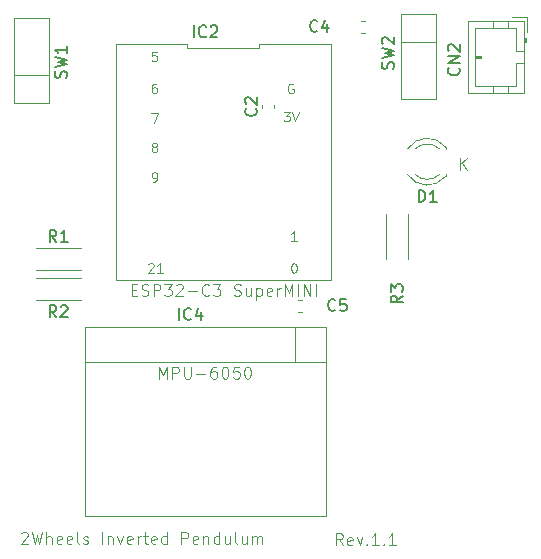
<source format=gto>
G04 #@! TF.GenerationSoftware,KiCad,Pcbnew,9.0.0*
G04 #@! TF.CreationDate,2025-04-09T20:43:05+09:00*
G04 #@! TF.ProjectId,2_wheels_mini_Motor_inverted_Pendulum,325f7768-6565-46c7-935f-6d696e695f4d,rev?*
G04 #@! TF.SameCoordinates,Original*
G04 #@! TF.FileFunction,Legend,Top*
G04 #@! TF.FilePolarity,Positive*
%FSLAX46Y46*%
G04 Gerber Fmt 4.6, Leading zero omitted, Abs format (unit mm)*
G04 Created by KiCad (PCBNEW 9.0.0) date 2025-04-09 20:43:05*
%MOMM*%
%LPD*%
G01*
G04 APERTURE LIST*
%ADD10C,0.100000*%
%ADD11C,0.150000*%
%ADD12C,0.120000*%
G04 APERTURE END LIST*
D10*
X135803884Y-114072419D02*
X135803884Y-113072419D01*
X135803884Y-113072419D02*
X136137217Y-113786704D01*
X136137217Y-113786704D02*
X136470550Y-113072419D01*
X136470550Y-113072419D02*
X136470550Y-114072419D01*
X136946741Y-114072419D02*
X136946741Y-113072419D01*
X136946741Y-113072419D02*
X137327693Y-113072419D01*
X137327693Y-113072419D02*
X137422931Y-113120038D01*
X137422931Y-113120038D02*
X137470550Y-113167657D01*
X137470550Y-113167657D02*
X137518169Y-113262895D01*
X137518169Y-113262895D02*
X137518169Y-113405752D01*
X137518169Y-113405752D02*
X137470550Y-113500990D01*
X137470550Y-113500990D02*
X137422931Y-113548609D01*
X137422931Y-113548609D02*
X137327693Y-113596228D01*
X137327693Y-113596228D02*
X136946741Y-113596228D01*
X137946741Y-113072419D02*
X137946741Y-113881942D01*
X137946741Y-113881942D02*
X137994360Y-113977180D01*
X137994360Y-113977180D02*
X138041979Y-114024800D01*
X138041979Y-114024800D02*
X138137217Y-114072419D01*
X138137217Y-114072419D02*
X138327693Y-114072419D01*
X138327693Y-114072419D02*
X138422931Y-114024800D01*
X138422931Y-114024800D02*
X138470550Y-113977180D01*
X138470550Y-113977180D02*
X138518169Y-113881942D01*
X138518169Y-113881942D02*
X138518169Y-113072419D01*
X138994360Y-113691466D02*
X139756265Y-113691466D01*
X140661026Y-113072419D02*
X140470550Y-113072419D01*
X140470550Y-113072419D02*
X140375312Y-113120038D01*
X140375312Y-113120038D02*
X140327693Y-113167657D01*
X140327693Y-113167657D02*
X140232455Y-113310514D01*
X140232455Y-113310514D02*
X140184836Y-113500990D01*
X140184836Y-113500990D02*
X140184836Y-113881942D01*
X140184836Y-113881942D02*
X140232455Y-113977180D01*
X140232455Y-113977180D02*
X140280074Y-114024800D01*
X140280074Y-114024800D02*
X140375312Y-114072419D01*
X140375312Y-114072419D02*
X140565788Y-114072419D01*
X140565788Y-114072419D02*
X140661026Y-114024800D01*
X140661026Y-114024800D02*
X140708645Y-113977180D01*
X140708645Y-113977180D02*
X140756264Y-113881942D01*
X140756264Y-113881942D02*
X140756264Y-113643847D01*
X140756264Y-113643847D02*
X140708645Y-113548609D01*
X140708645Y-113548609D02*
X140661026Y-113500990D01*
X140661026Y-113500990D02*
X140565788Y-113453371D01*
X140565788Y-113453371D02*
X140375312Y-113453371D01*
X140375312Y-113453371D02*
X140280074Y-113500990D01*
X140280074Y-113500990D02*
X140232455Y-113548609D01*
X140232455Y-113548609D02*
X140184836Y-113643847D01*
X141375312Y-113072419D02*
X141470550Y-113072419D01*
X141470550Y-113072419D02*
X141565788Y-113120038D01*
X141565788Y-113120038D02*
X141613407Y-113167657D01*
X141613407Y-113167657D02*
X141661026Y-113262895D01*
X141661026Y-113262895D02*
X141708645Y-113453371D01*
X141708645Y-113453371D02*
X141708645Y-113691466D01*
X141708645Y-113691466D02*
X141661026Y-113881942D01*
X141661026Y-113881942D02*
X141613407Y-113977180D01*
X141613407Y-113977180D02*
X141565788Y-114024800D01*
X141565788Y-114024800D02*
X141470550Y-114072419D01*
X141470550Y-114072419D02*
X141375312Y-114072419D01*
X141375312Y-114072419D02*
X141280074Y-114024800D01*
X141280074Y-114024800D02*
X141232455Y-113977180D01*
X141232455Y-113977180D02*
X141184836Y-113881942D01*
X141184836Y-113881942D02*
X141137217Y-113691466D01*
X141137217Y-113691466D02*
X141137217Y-113453371D01*
X141137217Y-113453371D02*
X141184836Y-113262895D01*
X141184836Y-113262895D02*
X141232455Y-113167657D01*
X141232455Y-113167657D02*
X141280074Y-113120038D01*
X141280074Y-113120038D02*
X141375312Y-113072419D01*
X142613407Y-113072419D02*
X142137217Y-113072419D01*
X142137217Y-113072419D02*
X142089598Y-113548609D01*
X142089598Y-113548609D02*
X142137217Y-113500990D01*
X142137217Y-113500990D02*
X142232455Y-113453371D01*
X142232455Y-113453371D02*
X142470550Y-113453371D01*
X142470550Y-113453371D02*
X142565788Y-113500990D01*
X142565788Y-113500990D02*
X142613407Y-113548609D01*
X142613407Y-113548609D02*
X142661026Y-113643847D01*
X142661026Y-113643847D02*
X142661026Y-113881942D01*
X142661026Y-113881942D02*
X142613407Y-113977180D01*
X142613407Y-113977180D02*
X142565788Y-114024800D01*
X142565788Y-114024800D02*
X142470550Y-114072419D01*
X142470550Y-114072419D02*
X142232455Y-114072419D01*
X142232455Y-114072419D02*
X142137217Y-114024800D01*
X142137217Y-114024800D02*
X142089598Y-113977180D01*
X143280074Y-113072419D02*
X143375312Y-113072419D01*
X143375312Y-113072419D02*
X143470550Y-113120038D01*
X143470550Y-113120038D02*
X143518169Y-113167657D01*
X143518169Y-113167657D02*
X143565788Y-113262895D01*
X143565788Y-113262895D02*
X143613407Y-113453371D01*
X143613407Y-113453371D02*
X143613407Y-113691466D01*
X143613407Y-113691466D02*
X143565788Y-113881942D01*
X143565788Y-113881942D02*
X143518169Y-113977180D01*
X143518169Y-113977180D02*
X143470550Y-114024800D01*
X143470550Y-114024800D02*
X143375312Y-114072419D01*
X143375312Y-114072419D02*
X143280074Y-114072419D01*
X143280074Y-114072419D02*
X143184836Y-114024800D01*
X143184836Y-114024800D02*
X143137217Y-113977180D01*
X143137217Y-113977180D02*
X143089598Y-113881942D01*
X143089598Y-113881942D02*
X143041979Y-113691466D01*
X143041979Y-113691466D02*
X143041979Y-113453371D01*
X143041979Y-113453371D02*
X143089598Y-113262895D01*
X143089598Y-113262895D02*
X143137217Y-113167657D01*
X143137217Y-113167657D02*
X143184836Y-113120038D01*
X143184836Y-113120038D02*
X143280074Y-113072419D01*
X161303884Y-96372419D02*
X161303884Y-95372419D01*
X161875312Y-96372419D02*
X161446741Y-95800990D01*
X161875312Y-95372419D02*
X161303884Y-95943847D01*
X147475312Y-102396895D02*
X147018169Y-102396895D01*
X147246741Y-102396895D02*
X147246741Y-101596895D01*
X147246741Y-101596895D02*
X147170550Y-101711180D01*
X147170550Y-101711180D02*
X147094360Y-101787371D01*
X147094360Y-101787371D02*
X147018169Y-101825466D01*
X133503884Y-106548609D02*
X133837217Y-106548609D01*
X133980074Y-107072419D02*
X133503884Y-107072419D01*
X133503884Y-107072419D02*
X133503884Y-106072419D01*
X133503884Y-106072419D02*
X133980074Y-106072419D01*
X134361027Y-107024800D02*
X134503884Y-107072419D01*
X134503884Y-107072419D02*
X134741979Y-107072419D01*
X134741979Y-107072419D02*
X134837217Y-107024800D01*
X134837217Y-107024800D02*
X134884836Y-106977180D01*
X134884836Y-106977180D02*
X134932455Y-106881942D01*
X134932455Y-106881942D02*
X134932455Y-106786704D01*
X134932455Y-106786704D02*
X134884836Y-106691466D01*
X134884836Y-106691466D02*
X134837217Y-106643847D01*
X134837217Y-106643847D02*
X134741979Y-106596228D01*
X134741979Y-106596228D02*
X134551503Y-106548609D01*
X134551503Y-106548609D02*
X134456265Y-106500990D01*
X134456265Y-106500990D02*
X134408646Y-106453371D01*
X134408646Y-106453371D02*
X134361027Y-106358133D01*
X134361027Y-106358133D02*
X134361027Y-106262895D01*
X134361027Y-106262895D02*
X134408646Y-106167657D01*
X134408646Y-106167657D02*
X134456265Y-106120038D01*
X134456265Y-106120038D02*
X134551503Y-106072419D01*
X134551503Y-106072419D02*
X134789598Y-106072419D01*
X134789598Y-106072419D02*
X134932455Y-106120038D01*
X135361027Y-107072419D02*
X135361027Y-106072419D01*
X135361027Y-106072419D02*
X135741979Y-106072419D01*
X135741979Y-106072419D02*
X135837217Y-106120038D01*
X135837217Y-106120038D02*
X135884836Y-106167657D01*
X135884836Y-106167657D02*
X135932455Y-106262895D01*
X135932455Y-106262895D02*
X135932455Y-106405752D01*
X135932455Y-106405752D02*
X135884836Y-106500990D01*
X135884836Y-106500990D02*
X135837217Y-106548609D01*
X135837217Y-106548609D02*
X135741979Y-106596228D01*
X135741979Y-106596228D02*
X135361027Y-106596228D01*
X136265789Y-106072419D02*
X136884836Y-106072419D01*
X136884836Y-106072419D02*
X136551503Y-106453371D01*
X136551503Y-106453371D02*
X136694360Y-106453371D01*
X136694360Y-106453371D02*
X136789598Y-106500990D01*
X136789598Y-106500990D02*
X136837217Y-106548609D01*
X136837217Y-106548609D02*
X136884836Y-106643847D01*
X136884836Y-106643847D02*
X136884836Y-106881942D01*
X136884836Y-106881942D02*
X136837217Y-106977180D01*
X136837217Y-106977180D02*
X136789598Y-107024800D01*
X136789598Y-107024800D02*
X136694360Y-107072419D01*
X136694360Y-107072419D02*
X136408646Y-107072419D01*
X136408646Y-107072419D02*
X136313408Y-107024800D01*
X136313408Y-107024800D02*
X136265789Y-106977180D01*
X137265789Y-106167657D02*
X137313408Y-106120038D01*
X137313408Y-106120038D02*
X137408646Y-106072419D01*
X137408646Y-106072419D02*
X137646741Y-106072419D01*
X137646741Y-106072419D02*
X137741979Y-106120038D01*
X137741979Y-106120038D02*
X137789598Y-106167657D01*
X137789598Y-106167657D02*
X137837217Y-106262895D01*
X137837217Y-106262895D02*
X137837217Y-106358133D01*
X137837217Y-106358133D02*
X137789598Y-106500990D01*
X137789598Y-106500990D02*
X137218170Y-107072419D01*
X137218170Y-107072419D02*
X137837217Y-107072419D01*
X138265789Y-106691466D02*
X139027694Y-106691466D01*
X140075312Y-106977180D02*
X140027693Y-107024800D01*
X140027693Y-107024800D02*
X139884836Y-107072419D01*
X139884836Y-107072419D02*
X139789598Y-107072419D01*
X139789598Y-107072419D02*
X139646741Y-107024800D01*
X139646741Y-107024800D02*
X139551503Y-106929561D01*
X139551503Y-106929561D02*
X139503884Y-106834323D01*
X139503884Y-106834323D02*
X139456265Y-106643847D01*
X139456265Y-106643847D02*
X139456265Y-106500990D01*
X139456265Y-106500990D02*
X139503884Y-106310514D01*
X139503884Y-106310514D02*
X139551503Y-106215276D01*
X139551503Y-106215276D02*
X139646741Y-106120038D01*
X139646741Y-106120038D02*
X139789598Y-106072419D01*
X139789598Y-106072419D02*
X139884836Y-106072419D01*
X139884836Y-106072419D02*
X140027693Y-106120038D01*
X140027693Y-106120038D02*
X140075312Y-106167657D01*
X140408646Y-106072419D02*
X141027693Y-106072419D01*
X141027693Y-106072419D02*
X140694360Y-106453371D01*
X140694360Y-106453371D02*
X140837217Y-106453371D01*
X140837217Y-106453371D02*
X140932455Y-106500990D01*
X140932455Y-106500990D02*
X140980074Y-106548609D01*
X140980074Y-106548609D02*
X141027693Y-106643847D01*
X141027693Y-106643847D02*
X141027693Y-106881942D01*
X141027693Y-106881942D02*
X140980074Y-106977180D01*
X140980074Y-106977180D02*
X140932455Y-107024800D01*
X140932455Y-107024800D02*
X140837217Y-107072419D01*
X140837217Y-107072419D02*
X140551503Y-107072419D01*
X140551503Y-107072419D02*
X140456265Y-107024800D01*
X140456265Y-107024800D02*
X140408646Y-106977180D01*
X142170551Y-107024800D02*
X142313408Y-107072419D01*
X142313408Y-107072419D02*
X142551503Y-107072419D01*
X142551503Y-107072419D02*
X142646741Y-107024800D01*
X142646741Y-107024800D02*
X142694360Y-106977180D01*
X142694360Y-106977180D02*
X142741979Y-106881942D01*
X142741979Y-106881942D02*
X142741979Y-106786704D01*
X142741979Y-106786704D02*
X142694360Y-106691466D01*
X142694360Y-106691466D02*
X142646741Y-106643847D01*
X142646741Y-106643847D02*
X142551503Y-106596228D01*
X142551503Y-106596228D02*
X142361027Y-106548609D01*
X142361027Y-106548609D02*
X142265789Y-106500990D01*
X142265789Y-106500990D02*
X142218170Y-106453371D01*
X142218170Y-106453371D02*
X142170551Y-106358133D01*
X142170551Y-106358133D02*
X142170551Y-106262895D01*
X142170551Y-106262895D02*
X142218170Y-106167657D01*
X142218170Y-106167657D02*
X142265789Y-106120038D01*
X142265789Y-106120038D02*
X142361027Y-106072419D01*
X142361027Y-106072419D02*
X142599122Y-106072419D01*
X142599122Y-106072419D02*
X142741979Y-106120038D01*
X143599122Y-106405752D02*
X143599122Y-107072419D01*
X143170551Y-106405752D02*
X143170551Y-106929561D01*
X143170551Y-106929561D02*
X143218170Y-107024800D01*
X143218170Y-107024800D02*
X143313408Y-107072419D01*
X143313408Y-107072419D02*
X143456265Y-107072419D01*
X143456265Y-107072419D02*
X143551503Y-107024800D01*
X143551503Y-107024800D02*
X143599122Y-106977180D01*
X144075313Y-106405752D02*
X144075313Y-107405752D01*
X144075313Y-106453371D02*
X144170551Y-106405752D01*
X144170551Y-106405752D02*
X144361027Y-106405752D01*
X144361027Y-106405752D02*
X144456265Y-106453371D01*
X144456265Y-106453371D02*
X144503884Y-106500990D01*
X144503884Y-106500990D02*
X144551503Y-106596228D01*
X144551503Y-106596228D02*
X144551503Y-106881942D01*
X144551503Y-106881942D02*
X144503884Y-106977180D01*
X144503884Y-106977180D02*
X144456265Y-107024800D01*
X144456265Y-107024800D02*
X144361027Y-107072419D01*
X144361027Y-107072419D02*
X144170551Y-107072419D01*
X144170551Y-107072419D02*
X144075313Y-107024800D01*
X145361027Y-107024800D02*
X145265789Y-107072419D01*
X145265789Y-107072419D02*
X145075313Y-107072419D01*
X145075313Y-107072419D02*
X144980075Y-107024800D01*
X144980075Y-107024800D02*
X144932456Y-106929561D01*
X144932456Y-106929561D02*
X144932456Y-106548609D01*
X144932456Y-106548609D02*
X144980075Y-106453371D01*
X144980075Y-106453371D02*
X145075313Y-106405752D01*
X145075313Y-106405752D02*
X145265789Y-106405752D01*
X145265789Y-106405752D02*
X145361027Y-106453371D01*
X145361027Y-106453371D02*
X145408646Y-106548609D01*
X145408646Y-106548609D02*
X145408646Y-106643847D01*
X145408646Y-106643847D02*
X144932456Y-106739085D01*
X145837218Y-107072419D02*
X145837218Y-106405752D01*
X145837218Y-106596228D02*
X145884837Y-106500990D01*
X145884837Y-106500990D02*
X145932456Y-106453371D01*
X145932456Y-106453371D02*
X146027694Y-106405752D01*
X146027694Y-106405752D02*
X146122932Y-106405752D01*
X146456266Y-107072419D02*
X146456266Y-106072419D01*
X146456266Y-106072419D02*
X146789599Y-106786704D01*
X146789599Y-106786704D02*
X147122932Y-106072419D01*
X147122932Y-106072419D02*
X147122932Y-107072419D01*
X147599123Y-107072419D02*
X147599123Y-106072419D01*
X148075313Y-107072419D02*
X148075313Y-106072419D01*
X148075313Y-106072419D02*
X148646741Y-107072419D01*
X148646741Y-107072419D02*
X148646741Y-106072419D01*
X149122932Y-107072419D02*
X149122932Y-106072419D01*
X135599122Y-89096895D02*
X135446741Y-89096895D01*
X135446741Y-89096895D02*
X135370550Y-89134990D01*
X135370550Y-89134990D02*
X135332455Y-89173085D01*
X135332455Y-89173085D02*
X135256265Y-89287371D01*
X135256265Y-89287371D02*
X135218169Y-89439752D01*
X135218169Y-89439752D02*
X135218169Y-89744514D01*
X135218169Y-89744514D02*
X135256265Y-89820704D01*
X135256265Y-89820704D02*
X135294360Y-89858800D01*
X135294360Y-89858800D02*
X135370550Y-89896895D01*
X135370550Y-89896895D02*
X135522931Y-89896895D01*
X135522931Y-89896895D02*
X135599122Y-89858800D01*
X135599122Y-89858800D02*
X135637217Y-89820704D01*
X135637217Y-89820704D02*
X135675312Y-89744514D01*
X135675312Y-89744514D02*
X135675312Y-89554038D01*
X135675312Y-89554038D02*
X135637217Y-89477847D01*
X135637217Y-89477847D02*
X135599122Y-89439752D01*
X135599122Y-89439752D02*
X135522931Y-89401657D01*
X135522931Y-89401657D02*
X135370550Y-89401657D01*
X135370550Y-89401657D02*
X135294360Y-89439752D01*
X135294360Y-89439752D02*
X135256265Y-89477847D01*
X135256265Y-89477847D02*
X135218169Y-89554038D01*
X135180074Y-91596895D02*
X135713408Y-91596895D01*
X135713408Y-91596895D02*
X135370550Y-92396895D01*
X124156265Y-127167657D02*
X124203884Y-127120038D01*
X124203884Y-127120038D02*
X124299122Y-127072419D01*
X124299122Y-127072419D02*
X124537217Y-127072419D01*
X124537217Y-127072419D02*
X124632455Y-127120038D01*
X124632455Y-127120038D02*
X124680074Y-127167657D01*
X124680074Y-127167657D02*
X124727693Y-127262895D01*
X124727693Y-127262895D02*
X124727693Y-127358133D01*
X124727693Y-127358133D02*
X124680074Y-127500990D01*
X124680074Y-127500990D02*
X124108646Y-128072419D01*
X124108646Y-128072419D02*
X124727693Y-128072419D01*
X125061027Y-127072419D02*
X125299122Y-128072419D01*
X125299122Y-128072419D02*
X125489598Y-127358133D01*
X125489598Y-127358133D02*
X125680074Y-128072419D01*
X125680074Y-128072419D02*
X125918170Y-127072419D01*
X126299122Y-128072419D02*
X126299122Y-127072419D01*
X126727693Y-128072419D02*
X126727693Y-127548609D01*
X126727693Y-127548609D02*
X126680074Y-127453371D01*
X126680074Y-127453371D02*
X126584836Y-127405752D01*
X126584836Y-127405752D02*
X126441979Y-127405752D01*
X126441979Y-127405752D02*
X126346741Y-127453371D01*
X126346741Y-127453371D02*
X126299122Y-127500990D01*
X127584836Y-128024800D02*
X127489598Y-128072419D01*
X127489598Y-128072419D02*
X127299122Y-128072419D01*
X127299122Y-128072419D02*
X127203884Y-128024800D01*
X127203884Y-128024800D02*
X127156265Y-127929561D01*
X127156265Y-127929561D02*
X127156265Y-127548609D01*
X127156265Y-127548609D02*
X127203884Y-127453371D01*
X127203884Y-127453371D02*
X127299122Y-127405752D01*
X127299122Y-127405752D02*
X127489598Y-127405752D01*
X127489598Y-127405752D02*
X127584836Y-127453371D01*
X127584836Y-127453371D02*
X127632455Y-127548609D01*
X127632455Y-127548609D02*
X127632455Y-127643847D01*
X127632455Y-127643847D02*
X127156265Y-127739085D01*
X128441979Y-128024800D02*
X128346741Y-128072419D01*
X128346741Y-128072419D02*
X128156265Y-128072419D01*
X128156265Y-128072419D02*
X128061027Y-128024800D01*
X128061027Y-128024800D02*
X128013408Y-127929561D01*
X128013408Y-127929561D02*
X128013408Y-127548609D01*
X128013408Y-127548609D02*
X128061027Y-127453371D01*
X128061027Y-127453371D02*
X128156265Y-127405752D01*
X128156265Y-127405752D02*
X128346741Y-127405752D01*
X128346741Y-127405752D02*
X128441979Y-127453371D01*
X128441979Y-127453371D02*
X128489598Y-127548609D01*
X128489598Y-127548609D02*
X128489598Y-127643847D01*
X128489598Y-127643847D02*
X128013408Y-127739085D01*
X129061027Y-128072419D02*
X128965789Y-128024800D01*
X128965789Y-128024800D02*
X128918170Y-127929561D01*
X128918170Y-127929561D02*
X128918170Y-127072419D01*
X129394361Y-128024800D02*
X129489599Y-128072419D01*
X129489599Y-128072419D02*
X129680075Y-128072419D01*
X129680075Y-128072419D02*
X129775313Y-128024800D01*
X129775313Y-128024800D02*
X129822932Y-127929561D01*
X129822932Y-127929561D02*
X129822932Y-127881942D01*
X129822932Y-127881942D02*
X129775313Y-127786704D01*
X129775313Y-127786704D02*
X129680075Y-127739085D01*
X129680075Y-127739085D02*
X129537218Y-127739085D01*
X129537218Y-127739085D02*
X129441980Y-127691466D01*
X129441980Y-127691466D02*
X129394361Y-127596228D01*
X129394361Y-127596228D02*
X129394361Y-127548609D01*
X129394361Y-127548609D02*
X129441980Y-127453371D01*
X129441980Y-127453371D02*
X129537218Y-127405752D01*
X129537218Y-127405752D02*
X129680075Y-127405752D01*
X129680075Y-127405752D02*
X129775313Y-127453371D01*
X131013409Y-128072419D02*
X131013409Y-127072419D01*
X131489599Y-127405752D02*
X131489599Y-128072419D01*
X131489599Y-127500990D02*
X131537218Y-127453371D01*
X131537218Y-127453371D02*
X131632456Y-127405752D01*
X131632456Y-127405752D02*
X131775313Y-127405752D01*
X131775313Y-127405752D02*
X131870551Y-127453371D01*
X131870551Y-127453371D02*
X131918170Y-127548609D01*
X131918170Y-127548609D02*
X131918170Y-128072419D01*
X132299123Y-127405752D02*
X132537218Y-128072419D01*
X132537218Y-128072419D02*
X132775313Y-127405752D01*
X133537218Y-128024800D02*
X133441980Y-128072419D01*
X133441980Y-128072419D02*
X133251504Y-128072419D01*
X133251504Y-128072419D02*
X133156266Y-128024800D01*
X133156266Y-128024800D02*
X133108647Y-127929561D01*
X133108647Y-127929561D02*
X133108647Y-127548609D01*
X133108647Y-127548609D02*
X133156266Y-127453371D01*
X133156266Y-127453371D02*
X133251504Y-127405752D01*
X133251504Y-127405752D02*
X133441980Y-127405752D01*
X133441980Y-127405752D02*
X133537218Y-127453371D01*
X133537218Y-127453371D02*
X133584837Y-127548609D01*
X133584837Y-127548609D02*
X133584837Y-127643847D01*
X133584837Y-127643847D02*
X133108647Y-127739085D01*
X134013409Y-128072419D02*
X134013409Y-127405752D01*
X134013409Y-127596228D02*
X134061028Y-127500990D01*
X134061028Y-127500990D02*
X134108647Y-127453371D01*
X134108647Y-127453371D02*
X134203885Y-127405752D01*
X134203885Y-127405752D02*
X134299123Y-127405752D01*
X134489600Y-127405752D02*
X134870552Y-127405752D01*
X134632457Y-127072419D02*
X134632457Y-127929561D01*
X134632457Y-127929561D02*
X134680076Y-128024800D01*
X134680076Y-128024800D02*
X134775314Y-128072419D01*
X134775314Y-128072419D02*
X134870552Y-128072419D01*
X135584838Y-128024800D02*
X135489600Y-128072419D01*
X135489600Y-128072419D02*
X135299124Y-128072419D01*
X135299124Y-128072419D02*
X135203886Y-128024800D01*
X135203886Y-128024800D02*
X135156267Y-127929561D01*
X135156267Y-127929561D02*
X135156267Y-127548609D01*
X135156267Y-127548609D02*
X135203886Y-127453371D01*
X135203886Y-127453371D02*
X135299124Y-127405752D01*
X135299124Y-127405752D02*
X135489600Y-127405752D01*
X135489600Y-127405752D02*
X135584838Y-127453371D01*
X135584838Y-127453371D02*
X135632457Y-127548609D01*
X135632457Y-127548609D02*
X135632457Y-127643847D01*
X135632457Y-127643847D02*
X135156267Y-127739085D01*
X136489600Y-128072419D02*
X136489600Y-127072419D01*
X136489600Y-128024800D02*
X136394362Y-128072419D01*
X136394362Y-128072419D02*
X136203886Y-128072419D01*
X136203886Y-128072419D02*
X136108648Y-128024800D01*
X136108648Y-128024800D02*
X136061029Y-127977180D01*
X136061029Y-127977180D02*
X136013410Y-127881942D01*
X136013410Y-127881942D02*
X136013410Y-127596228D01*
X136013410Y-127596228D02*
X136061029Y-127500990D01*
X136061029Y-127500990D02*
X136108648Y-127453371D01*
X136108648Y-127453371D02*
X136203886Y-127405752D01*
X136203886Y-127405752D02*
X136394362Y-127405752D01*
X136394362Y-127405752D02*
X136489600Y-127453371D01*
X137727696Y-128072419D02*
X137727696Y-127072419D01*
X137727696Y-127072419D02*
X138108648Y-127072419D01*
X138108648Y-127072419D02*
X138203886Y-127120038D01*
X138203886Y-127120038D02*
X138251505Y-127167657D01*
X138251505Y-127167657D02*
X138299124Y-127262895D01*
X138299124Y-127262895D02*
X138299124Y-127405752D01*
X138299124Y-127405752D02*
X138251505Y-127500990D01*
X138251505Y-127500990D02*
X138203886Y-127548609D01*
X138203886Y-127548609D02*
X138108648Y-127596228D01*
X138108648Y-127596228D02*
X137727696Y-127596228D01*
X139108648Y-128024800D02*
X139013410Y-128072419D01*
X139013410Y-128072419D02*
X138822934Y-128072419D01*
X138822934Y-128072419D02*
X138727696Y-128024800D01*
X138727696Y-128024800D02*
X138680077Y-127929561D01*
X138680077Y-127929561D02*
X138680077Y-127548609D01*
X138680077Y-127548609D02*
X138727696Y-127453371D01*
X138727696Y-127453371D02*
X138822934Y-127405752D01*
X138822934Y-127405752D02*
X139013410Y-127405752D01*
X139013410Y-127405752D02*
X139108648Y-127453371D01*
X139108648Y-127453371D02*
X139156267Y-127548609D01*
X139156267Y-127548609D02*
X139156267Y-127643847D01*
X139156267Y-127643847D02*
X138680077Y-127739085D01*
X139584839Y-127405752D02*
X139584839Y-128072419D01*
X139584839Y-127500990D02*
X139632458Y-127453371D01*
X139632458Y-127453371D02*
X139727696Y-127405752D01*
X139727696Y-127405752D02*
X139870553Y-127405752D01*
X139870553Y-127405752D02*
X139965791Y-127453371D01*
X139965791Y-127453371D02*
X140013410Y-127548609D01*
X140013410Y-127548609D02*
X140013410Y-128072419D01*
X140918172Y-128072419D02*
X140918172Y-127072419D01*
X140918172Y-128024800D02*
X140822934Y-128072419D01*
X140822934Y-128072419D02*
X140632458Y-128072419D01*
X140632458Y-128072419D02*
X140537220Y-128024800D01*
X140537220Y-128024800D02*
X140489601Y-127977180D01*
X140489601Y-127977180D02*
X140441982Y-127881942D01*
X140441982Y-127881942D02*
X140441982Y-127596228D01*
X140441982Y-127596228D02*
X140489601Y-127500990D01*
X140489601Y-127500990D02*
X140537220Y-127453371D01*
X140537220Y-127453371D02*
X140632458Y-127405752D01*
X140632458Y-127405752D02*
X140822934Y-127405752D01*
X140822934Y-127405752D02*
X140918172Y-127453371D01*
X141822934Y-127405752D02*
X141822934Y-128072419D01*
X141394363Y-127405752D02*
X141394363Y-127929561D01*
X141394363Y-127929561D02*
X141441982Y-128024800D01*
X141441982Y-128024800D02*
X141537220Y-128072419D01*
X141537220Y-128072419D02*
X141680077Y-128072419D01*
X141680077Y-128072419D02*
X141775315Y-128024800D01*
X141775315Y-128024800D02*
X141822934Y-127977180D01*
X142441982Y-128072419D02*
X142346744Y-128024800D01*
X142346744Y-128024800D02*
X142299125Y-127929561D01*
X142299125Y-127929561D02*
X142299125Y-127072419D01*
X143251506Y-127405752D02*
X143251506Y-128072419D01*
X142822935Y-127405752D02*
X142822935Y-127929561D01*
X142822935Y-127929561D02*
X142870554Y-128024800D01*
X142870554Y-128024800D02*
X142965792Y-128072419D01*
X142965792Y-128072419D02*
X143108649Y-128072419D01*
X143108649Y-128072419D02*
X143203887Y-128024800D01*
X143203887Y-128024800D02*
X143251506Y-127977180D01*
X143727697Y-128072419D02*
X143727697Y-127405752D01*
X143727697Y-127500990D02*
X143775316Y-127453371D01*
X143775316Y-127453371D02*
X143870554Y-127405752D01*
X143870554Y-127405752D02*
X144013411Y-127405752D01*
X144013411Y-127405752D02*
X144108649Y-127453371D01*
X144108649Y-127453371D02*
X144156268Y-127548609D01*
X144156268Y-127548609D02*
X144156268Y-128072419D01*
X144156268Y-127548609D02*
X144203887Y-127453371D01*
X144203887Y-127453371D02*
X144299125Y-127405752D01*
X144299125Y-127405752D02*
X144441982Y-127405752D01*
X144441982Y-127405752D02*
X144537221Y-127453371D01*
X144537221Y-127453371D02*
X144584840Y-127548609D01*
X144584840Y-127548609D02*
X144584840Y-128072419D01*
X135637217Y-86396895D02*
X135256265Y-86396895D01*
X135256265Y-86396895D02*
X135218169Y-86777847D01*
X135218169Y-86777847D02*
X135256265Y-86739752D01*
X135256265Y-86739752D02*
X135332455Y-86701657D01*
X135332455Y-86701657D02*
X135522931Y-86701657D01*
X135522931Y-86701657D02*
X135599122Y-86739752D01*
X135599122Y-86739752D02*
X135637217Y-86777847D01*
X135637217Y-86777847D02*
X135675312Y-86854038D01*
X135675312Y-86854038D02*
X135675312Y-87044514D01*
X135675312Y-87044514D02*
X135637217Y-87120704D01*
X135637217Y-87120704D02*
X135599122Y-87158800D01*
X135599122Y-87158800D02*
X135522931Y-87196895D01*
X135522931Y-87196895D02*
X135332455Y-87196895D01*
X135332455Y-87196895D02*
X135256265Y-87158800D01*
X135256265Y-87158800D02*
X135218169Y-87120704D01*
X147175312Y-89134990D02*
X147099122Y-89096895D01*
X147099122Y-89096895D02*
X146984836Y-89096895D01*
X146984836Y-89096895D02*
X146870550Y-89134990D01*
X146870550Y-89134990D02*
X146794360Y-89211180D01*
X146794360Y-89211180D02*
X146756265Y-89287371D01*
X146756265Y-89287371D02*
X146718169Y-89439752D01*
X146718169Y-89439752D02*
X146718169Y-89554038D01*
X146718169Y-89554038D02*
X146756265Y-89706419D01*
X146756265Y-89706419D02*
X146794360Y-89782609D01*
X146794360Y-89782609D02*
X146870550Y-89858800D01*
X146870550Y-89858800D02*
X146984836Y-89896895D01*
X146984836Y-89896895D02*
X147061027Y-89896895D01*
X147061027Y-89896895D02*
X147175312Y-89858800D01*
X147175312Y-89858800D02*
X147213408Y-89820704D01*
X147213408Y-89820704D02*
X147213408Y-89554038D01*
X147213408Y-89554038D02*
X147061027Y-89554038D01*
X134918169Y-104373085D02*
X134956265Y-104334990D01*
X134956265Y-104334990D02*
X135032455Y-104296895D01*
X135032455Y-104296895D02*
X135222931Y-104296895D01*
X135222931Y-104296895D02*
X135299122Y-104334990D01*
X135299122Y-104334990D02*
X135337217Y-104373085D01*
X135337217Y-104373085D02*
X135375312Y-104449276D01*
X135375312Y-104449276D02*
X135375312Y-104525466D01*
X135375312Y-104525466D02*
X135337217Y-104639752D01*
X135337217Y-104639752D02*
X134880074Y-105096895D01*
X134880074Y-105096895D02*
X135375312Y-105096895D01*
X136137217Y-105096895D02*
X135680074Y-105096895D01*
X135908646Y-105096895D02*
X135908646Y-104296895D01*
X135908646Y-104296895D02*
X135832455Y-104411180D01*
X135832455Y-104411180D02*
X135756265Y-104487371D01*
X135756265Y-104487371D02*
X135680074Y-104525466D01*
X151375312Y-128172419D02*
X151041979Y-127696228D01*
X150803884Y-128172419D02*
X150803884Y-127172419D01*
X150803884Y-127172419D02*
X151184836Y-127172419D01*
X151184836Y-127172419D02*
X151280074Y-127220038D01*
X151280074Y-127220038D02*
X151327693Y-127267657D01*
X151327693Y-127267657D02*
X151375312Y-127362895D01*
X151375312Y-127362895D02*
X151375312Y-127505752D01*
X151375312Y-127505752D02*
X151327693Y-127600990D01*
X151327693Y-127600990D02*
X151280074Y-127648609D01*
X151280074Y-127648609D02*
X151184836Y-127696228D01*
X151184836Y-127696228D02*
X150803884Y-127696228D01*
X152184836Y-128124800D02*
X152089598Y-128172419D01*
X152089598Y-128172419D02*
X151899122Y-128172419D01*
X151899122Y-128172419D02*
X151803884Y-128124800D01*
X151803884Y-128124800D02*
X151756265Y-128029561D01*
X151756265Y-128029561D02*
X151756265Y-127648609D01*
X151756265Y-127648609D02*
X151803884Y-127553371D01*
X151803884Y-127553371D02*
X151899122Y-127505752D01*
X151899122Y-127505752D02*
X152089598Y-127505752D01*
X152089598Y-127505752D02*
X152184836Y-127553371D01*
X152184836Y-127553371D02*
X152232455Y-127648609D01*
X152232455Y-127648609D02*
X152232455Y-127743847D01*
X152232455Y-127743847D02*
X151756265Y-127839085D01*
X152565789Y-127505752D02*
X152803884Y-128172419D01*
X152803884Y-128172419D02*
X153041979Y-127505752D01*
X153422932Y-128077180D02*
X153470551Y-128124800D01*
X153470551Y-128124800D02*
X153422932Y-128172419D01*
X153422932Y-128172419D02*
X153375313Y-128124800D01*
X153375313Y-128124800D02*
X153422932Y-128077180D01*
X153422932Y-128077180D02*
X153422932Y-128172419D01*
X154422931Y-128172419D02*
X153851503Y-128172419D01*
X154137217Y-128172419D02*
X154137217Y-127172419D01*
X154137217Y-127172419D02*
X154041979Y-127315276D01*
X154041979Y-127315276D02*
X153946741Y-127410514D01*
X153946741Y-127410514D02*
X153851503Y-127458133D01*
X154851503Y-128077180D02*
X154899122Y-128124800D01*
X154899122Y-128124800D02*
X154851503Y-128172419D01*
X154851503Y-128172419D02*
X154803884Y-128124800D01*
X154803884Y-128124800D02*
X154851503Y-128077180D01*
X154851503Y-128077180D02*
X154851503Y-128172419D01*
X155851502Y-128172419D02*
X155280074Y-128172419D01*
X155565788Y-128172419D02*
X155565788Y-127172419D01*
X155565788Y-127172419D02*
X155470550Y-127315276D01*
X155470550Y-127315276D02*
X155375312Y-127410514D01*
X155375312Y-127410514D02*
X155280074Y-127458133D01*
X135370550Y-94439752D02*
X135294360Y-94401657D01*
X135294360Y-94401657D02*
X135256265Y-94363561D01*
X135256265Y-94363561D02*
X135218169Y-94287371D01*
X135218169Y-94287371D02*
X135218169Y-94249276D01*
X135218169Y-94249276D02*
X135256265Y-94173085D01*
X135256265Y-94173085D02*
X135294360Y-94134990D01*
X135294360Y-94134990D02*
X135370550Y-94096895D01*
X135370550Y-94096895D02*
X135522931Y-94096895D01*
X135522931Y-94096895D02*
X135599122Y-94134990D01*
X135599122Y-94134990D02*
X135637217Y-94173085D01*
X135637217Y-94173085D02*
X135675312Y-94249276D01*
X135675312Y-94249276D02*
X135675312Y-94287371D01*
X135675312Y-94287371D02*
X135637217Y-94363561D01*
X135637217Y-94363561D02*
X135599122Y-94401657D01*
X135599122Y-94401657D02*
X135522931Y-94439752D01*
X135522931Y-94439752D02*
X135370550Y-94439752D01*
X135370550Y-94439752D02*
X135294360Y-94477847D01*
X135294360Y-94477847D02*
X135256265Y-94515942D01*
X135256265Y-94515942D02*
X135218169Y-94592133D01*
X135218169Y-94592133D02*
X135218169Y-94744514D01*
X135218169Y-94744514D02*
X135256265Y-94820704D01*
X135256265Y-94820704D02*
X135294360Y-94858800D01*
X135294360Y-94858800D02*
X135370550Y-94896895D01*
X135370550Y-94896895D02*
X135522931Y-94896895D01*
X135522931Y-94896895D02*
X135599122Y-94858800D01*
X135599122Y-94858800D02*
X135637217Y-94820704D01*
X135637217Y-94820704D02*
X135675312Y-94744514D01*
X135675312Y-94744514D02*
X135675312Y-94592133D01*
X135675312Y-94592133D02*
X135637217Y-94515942D01*
X135637217Y-94515942D02*
X135599122Y-94477847D01*
X135599122Y-94477847D02*
X135522931Y-94439752D01*
X146380074Y-91496895D02*
X146875312Y-91496895D01*
X146875312Y-91496895D02*
X146608646Y-91801657D01*
X146608646Y-91801657D02*
X146722931Y-91801657D01*
X146722931Y-91801657D02*
X146799122Y-91839752D01*
X146799122Y-91839752D02*
X146837217Y-91877847D01*
X146837217Y-91877847D02*
X146875312Y-91954038D01*
X146875312Y-91954038D02*
X146875312Y-92144514D01*
X146875312Y-92144514D02*
X146837217Y-92220704D01*
X146837217Y-92220704D02*
X146799122Y-92258800D01*
X146799122Y-92258800D02*
X146722931Y-92296895D01*
X146722931Y-92296895D02*
X146494360Y-92296895D01*
X146494360Y-92296895D02*
X146418169Y-92258800D01*
X146418169Y-92258800D02*
X146380074Y-92220704D01*
X147103884Y-91496895D02*
X147370551Y-92296895D01*
X147370551Y-92296895D02*
X147637217Y-91496895D01*
X135294360Y-97396895D02*
X135446741Y-97396895D01*
X135446741Y-97396895D02*
X135522931Y-97358800D01*
X135522931Y-97358800D02*
X135561027Y-97320704D01*
X135561027Y-97320704D02*
X135637217Y-97206419D01*
X135637217Y-97206419D02*
X135675312Y-97054038D01*
X135675312Y-97054038D02*
X135675312Y-96749276D01*
X135675312Y-96749276D02*
X135637217Y-96673085D01*
X135637217Y-96673085D02*
X135599122Y-96634990D01*
X135599122Y-96634990D02*
X135522931Y-96596895D01*
X135522931Y-96596895D02*
X135370550Y-96596895D01*
X135370550Y-96596895D02*
X135294360Y-96634990D01*
X135294360Y-96634990D02*
X135256265Y-96673085D01*
X135256265Y-96673085D02*
X135218169Y-96749276D01*
X135218169Y-96749276D02*
X135218169Y-96939752D01*
X135218169Y-96939752D02*
X135256265Y-97015942D01*
X135256265Y-97015942D02*
X135294360Y-97054038D01*
X135294360Y-97054038D02*
X135370550Y-97092133D01*
X135370550Y-97092133D02*
X135522931Y-97092133D01*
X135522931Y-97092133D02*
X135599122Y-97054038D01*
X135599122Y-97054038D02*
X135637217Y-97015942D01*
X135637217Y-97015942D02*
X135675312Y-96939752D01*
X147208646Y-104296895D02*
X147284836Y-104296895D01*
X147284836Y-104296895D02*
X147361027Y-104334990D01*
X147361027Y-104334990D02*
X147399122Y-104373085D01*
X147399122Y-104373085D02*
X147437217Y-104449276D01*
X147437217Y-104449276D02*
X147475312Y-104601657D01*
X147475312Y-104601657D02*
X147475312Y-104792133D01*
X147475312Y-104792133D02*
X147437217Y-104944514D01*
X147437217Y-104944514D02*
X147399122Y-105020704D01*
X147399122Y-105020704D02*
X147361027Y-105058800D01*
X147361027Y-105058800D02*
X147284836Y-105096895D01*
X147284836Y-105096895D02*
X147208646Y-105096895D01*
X147208646Y-105096895D02*
X147132455Y-105058800D01*
X147132455Y-105058800D02*
X147094360Y-105020704D01*
X147094360Y-105020704D02*
X147056265Y-104944514D01*
X147056265Y-104944514D02*
X147018169Y-104792133D01*
X147018169Y-104792133D02*
X147018169Y-104601657D01*
X147018169Y-104601657D02*
X147056265Y-104449276D01*
X147056265Y-104449276D02*
X147094360Y-104373085D01*
X147094360Y-104373085D02*
X147132455Y-104334990D01*
X147132455Y-104334990D02*
X147208646Y-104296895D01*
D11*
X137499810Y-109118819D02*
X137499810Y-108118819D01*
X138547428Y-109023580D02*
X138499809Y-109071200D01*
X138499809Y-109071200D02*
X138356952Y-109118819D01*
X138356952Y-109118819D02*
X138261714Y-109118819D01*
X138261714Y-109118819D02*
X138118857Y-109071200D01*
X138118857Y-109071200D02*
X138023619Y-108975961D01*
X138023619Y-108975961D02*
X137976000Y-108880723D01*
X137976000Y-108880723D02*
X137928381Y-108690247D01*
X137928381Y-108690247D02*
X137928381Y-108547390D01*
X137928381Y-108547390D02*
X137976000Y-108356914D01*
X137976000Y-108356914D02*
X138023619Y-108261676D01*
X138023619Y-108261676D02*
X138118857Y-108166438D01*
X138118857Y-108166438D02*
X138261714Y-108118819D01*
X138261714Y-108118819D02*
X138356952Y-108118819D01*
X138356952Y-108118819D02*
X138499809Y-108166438D01*
X138499809Y-108166438D02*
X138547428Y-108214057D01*
X139404571Y-108452152D02*
X139404571Y-109118819D01*
X139166476Y-108071200D02*
X138928381Y-108785485D01*
X138928381Y-108785485D02*
X139547428Y-108785485D01*
X144009580Y-91204166D02*
X144057200Y-91251785D01*
X144057200Y-91251785D02*
X144104819Y-91394642D01*
X144104819Y-91394642D02*
X144104819Y-91489880D01*
X144104819Y-91489880D02*
X144057200Y-91632737D01*
X144057200Y-91632737D02*
X143961961Y-91727975D01*
X143961961Y-91727975D02*
X143866723Y-91775594D01*
X143866723Y-91775594D02*
X143676247Y-91823213D01*
X143676247Y-91823213D02*
X143533390Y-91823213D01*
X143533390Y-91823213D02*
X143342914Y-91775594D01*
X143342914Y-91775594D02*
X143247676Y-91727975D01*
X143247676Y-91727975D02*
X143152438Y-91632737D01*
X143152438Y-91632737D02*
X143104819Y-91489880D01*
X143104819Y-91489880D02*
X143104819Y-91394642D01*
X143104819Y-91394642D02*
X143152438Y-91251785D01*
X143152438Y-91251785D02*
X143200057Y-91204166D01*
X143200057Y-90823213D02*
X143152438Y-90775594D01*
X143152438Y-90775594D02*
X143104819Y-90680356D01*
X143104819Y-90680356D02*
X143104819Y-90442261D01*
X143104819Y-90442261D02*
X143152438Y-90347023D01*
X143152438Y-90347023D02*
X143200057Y-90299404D01*
X143200057Y-90299404D02*
X143295295Y-90251785D01*
X143295295Y-90251785D02*
X143390533Y-90251785D01*
X143390533Y-90251785D02*
X143533390Y-90299404D01*
X143533390Y-90299404D02*
X144104819Y-90870832D01*
X144104819Y-90870832D02*
X144104819Y-90251785D01*
X127133333Y-102499819D02*
X126800000Y-102023628D01*
X126561905Y-102499819D02*
X126561905Y-101499819D01*
X126561905Y-101499819D02*
X126942857Y-101499819D01*
X126942857Y-101499819D02*
X127038095Y-101547438D01*
X127038095Y-101547438D02*
X127085714Y-101595057D01*
X127085714Y-101595057D02*
X127133333Y-101690295D01*
X127133333Y-101690295D02*
X127133333Y-101833152D01*
X127133333Y-101833152D02*
X127085714Y-101928390D01*
X127085714Y-101928390D02*
X127038095Y-101976009D01*
X127038095Y-101976009D02*
X126942857Y-102023628D01*
X126942857Y-102023628D02*
X126561905Y-102023628D01*
X128085714Y-102499819D02*
X127514286Y-102499819D01*
X127800000Y-102499819D02*
X127800000Y-101499819D01*
X127800000Y-101499819D02*
X127704762Y-101642676D01*
X127704762Y-101642676D02*
X127609524Y-101737914D01*
X127609524Y-101737914D02*
X127514286Y-101785533D01*
X155647200Y-87833332D02*
X155694819Y-87690475D01*
X155694819Y-87690475D02*
X155694819Y-87452380D01*
X155694819Y-87452380D02*
X155647200Y-87357142D01*
X155647200Y-87357142D02*
X155599580Y-87309523D01*
X155599580Y-87309523D02*
X155504342Y-87261904D01*
X155504342Y-87261904D02*
X155409104Y-87261904D01*
X155409104Y-87261904D02*
X155313866Y-87309523D01*
X155313866Y-87309523D02*
X155266247Y-87357142D01*
X155266247Y-87357142D02*
X155218628Y-87452380D01*
X155218628Y-87452380D02*
X155171009Y-87642856D01*
X155171009Y-87642856D02*
X155123390Y-87738094D01*
X155123390Y-87738094D02*
X155075771Y-87785713D01*
X155075771Y-87785713D02*
X154980533Y-87833332D01*
X154980533Y-87833332D02*
X154885295Y-87833332D01*
X154885295Y-87833332D02*
X154790057Y-87785713D01*
X154790057Y-87785713D02*
X154742438Y-87738094D01*
X154742438Y-87738094D02*
X154694819Y-87642856D01*
X154694819Y-87642856D02*
X154694819Y-87404761D01*
X154694819Y-87404761D02*
X154742438Y-87261904D01*
X154694819Y-86928570D02*
X155694819Y-86690475D01*
X155694819Y-86690475D02*
X154980533Y-86499999D01*
X154980533Y-86499999D02*
X155694819Y-86309523D01*
X155694819Y-86309523D02*
X154694819Y-86071428D01*
X154790057Y-85738094D02*
X154742438Y-85690475D01*
X154742438Y-85690475D02*
X154694819Y-85595237D01*
X154694819Y-85595237D02*
X154694819Y-85357142D01*
X154694819Y-85357142D02*
X154742438Y-85261904D01*
X154742438Y-85261904D02*
X154790057Y-85214285D01*
X154790057Y-85214285D02*
X154885295Y-85166666D01*
X154885295Y-85166666D02*
X154980533Y-85166666D01*
X154980533Y-85166666D02*
X155123390Y-85214285D01*
X155123390Y-85214285D02*
X155694819Y-85785713D01*
X155694819Y-85785713D02*
X155694819Y-85166666D01*
X127949692Y-88618293D02*
X127997311Y-88475436D01*
X127997311Y-88475436D02*
X127997311Y-88237341D01*
X127997311Y-88237341D02*
X127949692Y-88142103D01*
X127949692Y-88142103D02*
X127902072Y-88094484D01*
X127902072Y-88094484D02*
X127806834Y-88046865D01*
X127806834Y-88046865D02*
X127711596Y-88046865D01*
X127711596Y-88046865D02*
X127616358Y-88094484D01*
X127616358Y-88094484D02*
X127568739Y-88142103D01*
X127568739Y-88142103D02*
X127521120Y-88237341D01*
X127521120Y-88237341D02*
X127473501Y-88427817D01*
X127473501Y-88427817D02*
X127425882Y-88523055D01*
X127425882Y-88523055D02*
X127378263Y-88570674D01*
X127378263Y-88570674D02*
X127283025Y-88618293D01*
X127283025Y-88618293D02*
X127187787Y-88618293D01*
X127187787Y-88618293D02*
X127092549Y-88570674D01*
X127092549Y-88570674D02*
X127044930Y-88523055D01*
X127044930Y-88523055D02*
X126997311Y-88427817D01*
X126997311Y-88427817D02*
X126997311Y-88189722D01*
X126997311Y-88189722D02*
X127044930Y-88046865D01*
X126997311Y-87713531D02*
X127997311Y-87475436D01*
X127997311Y-87475436D02*
X127283025Y-87284960D01*
X127283025Y-87284960D02*
X127997311Y-87094484D01*
X127997311Y-87094484D02*
X126997311Y-86856389D01*
X127997311Y-85951627D02*
X127997311Y-86523055D01*
X127997311Y-86237341D02*
X126997311Y-86237341D01*
X126997311Y-86237341D02*
X127140168Y-86332579D01*
X127140168Y-86332579D02*
X127235406Y-86427817D01*
X127235406Y-86427817D02*
X127283025Y-86523055D01*
X150755333Y-108261580D02*
X150707714Y-108309200D01*
X150707714Y-108309200D02*
X150564857Y-108356819D01*
X150564857Y-108356819D02*
X150469619Y-108356819D01*
X150469619Y-108356819D02*
X150326762Y-108309200D01*
X150326762Y-108309200D02*
X150231524Y-108213961D01*
X150231524Y-108213961D02*
X150183905Y-108118723D01*
X150183905Y-108118723D02*
X150136286Y-107928247D01*
X150136286Y-107928247D02*
X150136286Y-107785390D01*
X150136286Y-107785390D02*
X150183905Y-107594914D01*
X150183905Y-107594914D02*
X150231524Y-107499676D01*
X150231524Y-107499676D02*
X150326762Y-107404438D01*
X150326762Y-107404438D02*
X150469619Y-107356819D01*
X150469619Y-107356819D02*
X150564857Y-107356819D01*
X150564857Y-107356819D02*
X150707714Y-107404438D01*
X150707714Y-107404438D02*
X150755333Y-107452057D01*
X151660095Y-107356819D02*
X151183905Y-107356819D01*
X151183905Y-107356819D02*
X151136286Y-107833009D01*
X151136286Y-107833009D02*
X151183905Y-107785390D01*
X151183905Y-107785390D02*
X151279143Y-107737771D01*
X151279143Y-107737771D02*
X151517238Y-107737771D01*
X151517238Y-107737771D02*
X151612476Y-107785390D01*
X151612476Y-107785390D02*
X151660095Y-107833009D01*
X151660095Y-107833009D02*
X151707714Y-107928247D01*
X151707714Y-107928247D02*
X151707714Y-108166342D01*
X151707714Y-108166342D02*
X151660095Y-108261580D01*
X151660095Y-108261580D02*
X151612476Y-108309200D01*
X151612476Y-108309200D02*
X151517238Y-108356819D01*
X151517238Y-108356819D02*
X151279143Y-108356819D01*
X151279143Y-108356819D02*
X151183905Y-108309200D01*
X151183905Y-108309200D02*
X151136286Y-108261580D01*
X161187580Y-87764476D02*
X161235200Y-87812095D01*
X161235200Y-87812095D02*
X161282819Y-87954952D01*
X161282819Y-87954952D02*
X161282819Y-88050190D01*
X161282819Y-88050190D02*
X161235200Y-88193047D01*
X161235200Y-88193047D02*
X161139961Y-88288285D01*
X161139961Y-88288285D02*
X161044723Y-88335904D01*
X161044723Y-88335904D02*
X160854247Y-88383523D01*
X160854247Y-88383523D02*
X160711390Y-88383523D01*
X160711390Y-88383523D02*
X160520914Y-88335904D01*
X160520914Y-88335904D02*
X160425676Y-88288285D01*
X160425676Y-88288285D02*
X160330438Y-88193047D01*
X160330438Y-88193047D02*
X160282819Y-88050190D01*
X160282819Y-88050190D02*
X160282819Y-87954952D01*
X160282819Y-87954952D02*
X160330438Y-87812095D01*
X160330438Y-87812095D02*
X160378057Y-87764476D01*
X161282819Y-87335904D02*
X160282819Y-87335904D01*
X160282819Y-87335904D02*
X161282819Y-86764476D01*
X161282819Y-86764476D02*
X160282819Y-86764476D01*
X160378057Y-86335904D02*
X160330438Y-86288285D01*
X160330438Y-86288285D02*
X160282819Y-86193047D01*
X160282819Y-86193047D02*
X160282819Y-85954952D01*
X160282819Y-85954952D02*
X160330438Y-85859714D01*
X160330438Y-85859714D02*
X160378057Y-85812095D01*
X160378057Y-85812095D02*
X160473295Y-85764476D01*
X160473295Y-85764476D02*
X160568533Y-85764476D01*
X160568533Y-85764476D02*
X160711390Y-85812095D01*
X160711390Y-85812095D02*
X161282819Y-86383523D01*
X161282819Y-86383523D02*
X161282819Y-85764476D01*
X127133333Y-108879819D02*
X126800000Y-108403628D01*
X126561905Y-108879819D02*
X126561905Y-107879819D01*
X126561905Y-107879819D02*
X126942857Y-107879819D01*
X126942857Y-107879819D02*
X127038095Y-107927438D01*
X127038095Y-107927438D02*
X127085714Y-107975057D01*
X127085714Y-107975057D02*
X127133333Y-108070295D01*
X127133333Y-108070295D02*
X127133333Y-108213152D01*
X127133333Y-108213152D02*
X127085714Y-108308390D01*
X127085714Y-108308390D02*
X127038095Y-108356009D01*
X127038095Y-108356009D02*
X126942857Y-108403628D01*
X126942857Y-108403628D02*
X126561905Y-108403628D01*
X127514286Y-107975057D02*
X127561905Y-107927438D01*
X127561905Y-107927438D02*
X127657143Y-107879819D01*
X127657143Y-107879819D02*
X127895238Y-107879819D01*
X127895238Y-107879819D02*
X127990476Y-107927438D01*
X127990476Y-107927438D02*
X128038095Y-107975057D01*
X128038095Y-107975057D02*
X128085714Y-108070295D01*
X128085714Y-108070295D02*
X128085714Y-108165533D01*
X128085714Y-108165533D02*
X128038095Y-108308390D01*
X128038095Y-108308390D02*
X127466667Y-108879819D01*
X127466667Y-108879819D02*
X128085714Y-108879819D01*
X156456819Y-107052666D02*
X155980628Y-107385999D01*
X156456819Y-107624094D02*
X155456819Y-107624094D01*
X155456819Y-107624094D02*
X155456819Y-107243142D01*
X155456819Y-107243142D02*
X155504438Y-107147904D01*
X155504438Y-107147904D02*
X155552057Y-107100285D01*
X155552057Y-107100285D02*
X155647295Y-107052666D01*
X155647295Y-107052666D02*
X155790152Y-107052666D01*
X155790152Y-107052666D02*
X155885390Y-107100285D01*
X155885390Y-107100285D02*
X155933009Y-107147904D01*
X155933009Y-107147904D02*
X155980628Y-107243142D01*
X155980628Y-107243142D02*
X155980628Y-107624094D01*
X155456819Y-106719332D02*
X155456819Y-106100285D01*
X155456819Y-106100285D02*
X155837771Y-106433618D01*
X155837771Y-106433618D02*
X155837771Y-106290761D01*
X155837771Y-106290761D02*
X155885390Y-106195523D01*
X155885390Y-106195523D02*
X155933009Y-106147904D01*
X155933009Y-106147904D02*
X156028247Y-106100285D01*
X156028247Y-106100285D02*
X156266342Y-106100285D01*
X156266342Y-106100285D02*
X156361580Y-106147904D01*
X156361580Y-106147904D02*
X156409200Y-106195523D01*
X156409200Y-106195523D02*
X156456819Y-106290761D01*
X156456819Y-106290761D02*
X156456819Y-106576475D01*
X156456819Y-106576475D02*
X156409200Y-106671713D01*
X156409200Y-106671713D02*
X156361580Y-106719332D01*
X149231333Y-84639580D02*
X149183714Y-84687200D01*
X149183714Y-84687200D02*
X149040857Y-84734819D01*
X149040857Y-84734819D02*
X148945619Y-84734819D01*
X148945619Y-84734819D02*
X148802762Y-84687200D01*
X148802762Y-84687200D02*
X148707524Y-84591961D01*
X148707524Y-84591961D02*
X148659905Y-84496723D01*
X148659905Y-84496723D02*
X148612286Y-84306247D01*
X148612286Y-84306247D02*
X148612286Y-84163390D01*
X148612286Y-84163390D02*
X148659905Y-83972914D01*
X148659905Y-83972914D02*
X148707524Y-83877676D01*
X148707524Y-83877676D02*
X148802762Y-83782438D01*
X148802762Y-83782438D02*
X148945619Y-83734819D01*
X148945619Y-83734819D02*
X149040857Y-83734819D01*
X149040857Y-83734819D02*
X149183714Y-83782438D01*
X149183714Y-83782438D02*
X149231333Y-83830057D01*
X150088476Y-84068152D02*
X150088476Y-84734819D01*
X149850381Y-83687200D02*
X149612286Y-84401485D01*
X149612286Y-84401485D02*
X150231333Y-84401485D01*
X138769810Y-85174819D02*
X138769810Y-84174819D01*
X139817428Y-85079580D02*
X139769809Y-85127200D01*
X139769809Y-85127200D02*
X139626952Y-85174819D01*
X139626952Y-85174819D02*
X139531714Y-85174819D01*
X139531714Y-85174819D02*
X139388857Y-85127200D01*
X139388857Y-85127200D02*
X139293619Y-85031961D01*
X139293619Y-85031961D02*
X139246000Y-84936723D01*
X139246000Y-84936723D02*
X139198381Y-84746247D01*
X139198381Y-84746247D02*
X139198381Y-84603390D01*
X139198381Y-84603390D02*
X139246000Y-84412914D01*
X139246000Y-84412914D02*
X139293619Y-84317676D01*
X139293619Y-84317676D02*
X139388857Y-84222438D01*
X139388857Y-84222438D02*
X139531714Y-84174819D01*
X139531714Y-84174819D02*
X139626952Y-84174819D01*
X139626952Y-84174819D02*
X139769809Y-84222438D01*
X139769809Y-84222438D02*
X139817428Y-84270057D01*
X140198381Y-84270057D02*
X140246000Y-84222438D01*
X140246000Y-84222438D02*
X140341238Y-84174819D01*
X140341238Y-84174819D02*
X140579333Y-84174819D01*
X140579333Y-84174819D02*
X140674571Y-84222438D01*
X140674571Y-84222438D02*
X140722190Y-84270057D01*
X140722190Y-84270057D02*
X140769809Y-84365295D01*
X140769809Y-84365295D02*
X140769809Y-84460533D01*
X140769809Y-84460533D02*
X140722190Y-84603390D01*
X140722190Y-84603390D02*
X140150762Y-85174819D01*
X140150762Y-85174819D02*
X140769809Y-85174819D01*
X157803905Y-99124819D02*
X157803905Y-98124819D01*
X157803905Y-98124819D02*
X158042000Y-98124819D01*
X158042000Y-98124819D02*
X158184857Y-98172438D01*
X158184857Y-98172438D02*
X158280095Y-98267676D01*
X158280095Y-98267676D02*
X158327714Y-98362914D01*
X158327714Y-98362914D02*
X158375333Y-98553390D01*
X158375333Y-98553390D02*
X158375333Y-98696247D01*
X158375333Y-98696247D02*
X158327714Y-98886723D01*
X158327714Y-98886723D02*
X158280095Y-98981961D01*
X158280095Y-98981961D02*
X158184857Y-99077200D01*
X158184857Y-99077200D02*
X158042000Y-99124819D01*
X158042000Y-99124819D02*
X157803905Y-99124819D01*
X159327714Y-99124819D02*
X158756286Y-99124819D01*
X159042000Y-99124819D02*
X159042000Y-98124819D01*
X159042000Y-98124819D02*
X158946762Y-98267676D01*
X158946762Y-98267676D02*
X158851524Y-98362914D01*
X158851524Y-98362914D02*
X158756286Y-98410533D01*
D12*
G04 #@! TO.C,IC4*
X129556000Y-109704000D02*
X149936000Y-109704000D01*
X129556000Y-125704000D02*
X129556000Y-109704000D01*
X147366000Y-112704000D02*
X147366000Y-109704000D01*
X149936000Y-109704000D02*
X149936000Y-125704000D01*
X149936000Y-112704000D02*
X129556000Y-112704000D01*
D10*
X149936000Y-125704000D02*
X129556000Y-125704000D01*
D12*
G04 #@! TO.C,C2*
X144570000Y-91183767D02*
X144570000Y-90891233D01*
X145590000Y-91183767D02*
X145590000Y-90891233D01*
G04 #@! TO.C,R1*
X125380000Y-103045000D02*
X129220000Y-103045000D01*
X125380000Y-104885000D02*
X129220000Y-104885000D01*
G04 #@! TO.C,SW2*
X156280000Y-83220000D02*
X159280000Y-83220000D01*
X156280000Y-90420000D02*
X156280000Y-83220000D01*
X159280000Y-83220000D02*
X159280000Y-90420000D01*
X159280000Y-85570000D02*
X156280000Y-85570000D01*
X159280000Y-90420000D02*
X156280000Y-90420000D01*
G04 #@! TO.C,SW1*
X123514000Y-83514000D02*
X126514000Y-83514000D01*
X123514000Y-88364000D02*
X126514000Y-88364000D01*
X123514000Y-90714000D02*
X123514000Y-83514000D01*
X126514000Y-83514000D02*
X126514000Y-90714000D01*
X126514000Y-90714000D02*
X123514000Y-90714000D01*
G04 #@! TO.C,C5*
X147919767Y-107392000D02*
X147627233Y-107392000D01*
X147919767Y-108412000D02*
X147627233Y-108412000D01*
G04 #@! TO.C,CN2*
X161982000Y-83776000D02*
X161982000Y-89896000D01*
X161982000Y-89896000D02*
X166702000Y-89896000D01*
X162592000Y-84386000D02*
X162592000Y-89286000D01*
X162592000Y-86736000D02*
X163092000Y-86736000D01*
X162592000Y-86836000D02*
X163092000Y-86836000D01*
X162592000Y-89286000D02*
X166092000Y-89286000D01*
X163092000Y-86736000D02*
X163092000Y-86936000D01*
X163092000Y-86936000D02*
X162592000Y-86936000D01*
X164092000Y-83776000D02*
X164092000Y-84386000D01*
X164092000Y-89896000D02*
X164092000Y-89286000D01*
X165392000Y-83776000D02*
X165392000Y-84386000D01*
X165392000Y-89896000D02*
X165392000Y-89286000D01*
X166092000Y-84386000D02*
X162592000Y-84386000D01*
X166092000Y-86336000D02*
X166092000Y-84386000D01*
X166092000Y-87336000D02*
X166702000Y-87336000D01*
X166092000Y-89286000D02*
X166092000Y-87336000D01*
X166702000Y-83776000D02*
X161982000Y-83776000D01*
X166702000Y-85536000D02*
X166902000Y-85536000D01*
X166702000Y-86336000D02*
X166092000Y-86336000D01*
X166702000Y-89896000D02*
X166702000Y-83776000D01*
X166802000Y-85536000D02*
X166802000Y-85236000D01*
X166902000Y-85236000D02*
X166702000Y-85236000D01*
X166902000Y-85536000D02*
X166902000Y-85236000D01*
X167002000Y-83476000D02*
X165752000Y-83476000D01*
X167002000Y-84726000D02*
X167002000Y-83476000D01*
G04 #@! TO.C,R2*
X129220000Y-105585000D02*
X125380000Y-105585000D01*
X129220000Y-107425000D02*
X125380000Y-107425000D01*
G04 #@! TO.C,R3*
X155082000Y-103980000D02*
X155082000Y-100140000D01*
X156922000Y-103980000D02*
X156922000Y-100140000D01*
G04 #@! TO.C,C4*
X152961233Y-83770000D02*
X153253767Y-83770000D01*
X152961233Y-84790000D02*
X153253767Y-84790000D01*
G04 #@! TO.C,IC2*
X132150000Y-85720000D02*
X132150000Y-105700000D01*
X132150000Y-105700000D02*
X150390000Y-105700000D01*
X138230001Y-85720000D02*
X132150000Y-85720000D01*
X138230001Y-86080000D02*
X138230001Y-85720000D01*
X144310000Y-85720000D02*
X144310000Y-86080000D01*
X144310000Y-86080000D02*
X138230001Y-86080000D01*
X150390000Y-85720000D02*
X144310000Y-85720000D01*
X150390000Y-105700000D02*
X150390000Y-85720000D01*
G04 #@! TO.C,D1*
X160102000Y-94630000D02*
X160102000Y-94474000D01*
X160102000Y-96946000D02*
X160102000Y-96790000D01*
X156870603Y-94629939D02*
G75*
G02*
X160102000Y-94474484I1671397J-1080061D01*
G01*
X157501090Y-94629951D02*
G75*
G02*
X159582961Y-94630000I1040910J-1080049D01*
G01*
X159582961Y-96790000D02*
G75*
G02*
X157501090Y-96790049I-1040961J1080000D01*
G01*
X160102000Y-96945516D02*
G75*
G02*
X156870603Y-96790061I-1560000J1235516D01*
G01*
G04 #@! TD*
M02*

</source>
